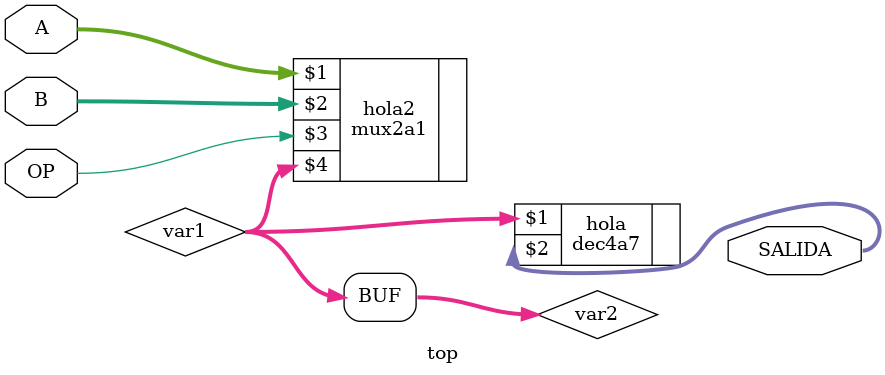
<source format=v>
module top(A,B,OP,SALIDA);
	input [1:0] A,B;
	input OP;
	output [6:0] SALIDA;
	reg [3:0] var1=0;
	wire [3:0] var2;
	
	dec4a7 hola(var1, SALIDA);
	mux2a1 hola2(A,B,OP,var2);
	
	always @(A,B,OP)
		begin
			var1=var2;
		
		end
	
endmodule
	
	/*
	
		Dise;o con dos instancias
		module top(A,B,OP,SALIDA);
	input [1:0] A,B;
	input OP;
	output [6:0] SALIDA;
	reg [3:0] var1=0;
	wire [3:0] var2;
	
	dec4a7 hola(var1, SALIDA);
	mux2a1 hola2(A,B,OP,var2);
	
	always @(A,B,OP)
		begin
			var1=var2;
		
		end
	
endmodule
	
	
	*/
	
	
	/*
	// Dise;o con una instancia
	module top(A,B,OP,SALIDA);
	input [1:0] A,B;
	input OP;
	output [6:0] SALIDA;
	reg [3:0] var1=0;
	
	dec4a7 hola(var1, SALIDA);
	//mux2a1 hola2(A,B,OP,var1);
	
	always @(A,B,OP)
		begin
			if(OP)
					var1 = A+B;
			else
					var1= A*B;
		
		end
	
endmodule
	
	
	*/
	

</source>
